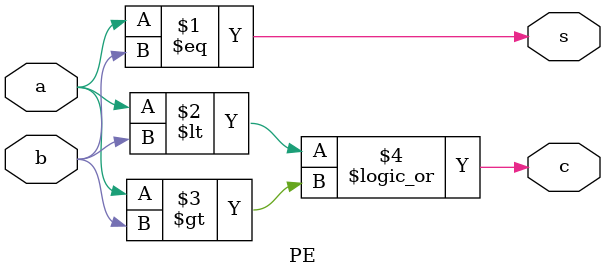
<source format=v>
module PE(input a,b,output s,c);
assign s = (a==b);
assign c = (a<b || a>b);
endmodule

</source>
